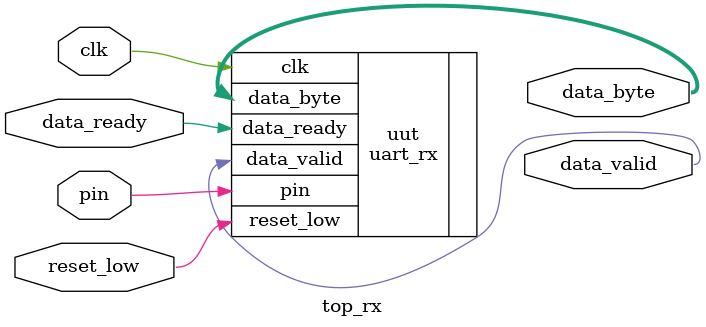
<source format=sv>
`default_nettype none
`timescale 1ns / 1ps
module top_rx
(
    input   wire        clk,
    input   wire        reset_low,

    input   wire        pin,

    input   wire        data_ready,
    output  wire        data_valid,
    output  wire [7:0]  data_byte
);

    uart_rx
    #(
        .CLK(51_800_000),
        .BAUD(115200)
    )
    uut
    (
        .clk(clk),
        .reset_low(reset_low),

        .pin(pin),

        .data_ready(data_ready),
        .data_valid(data_valid),
        .data_byte(data_byte)
    );

endmodule

</source>
